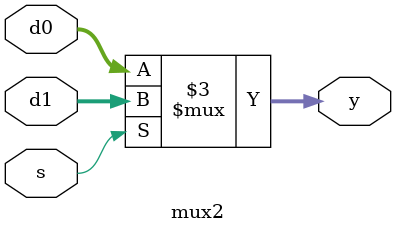
<source format=sv>
module mux2    
    #(parameter width = 16) 
     (input logic [width - 1:0] d0, d1,
      input logic s,
      output logic [width - 1:0] y);
      
    always_comb
        begin
            if(s)
                begin
                    y = d1;
                end
            else
                begin
                    y = d0;
                end
        end
  
endmodule

</source>
